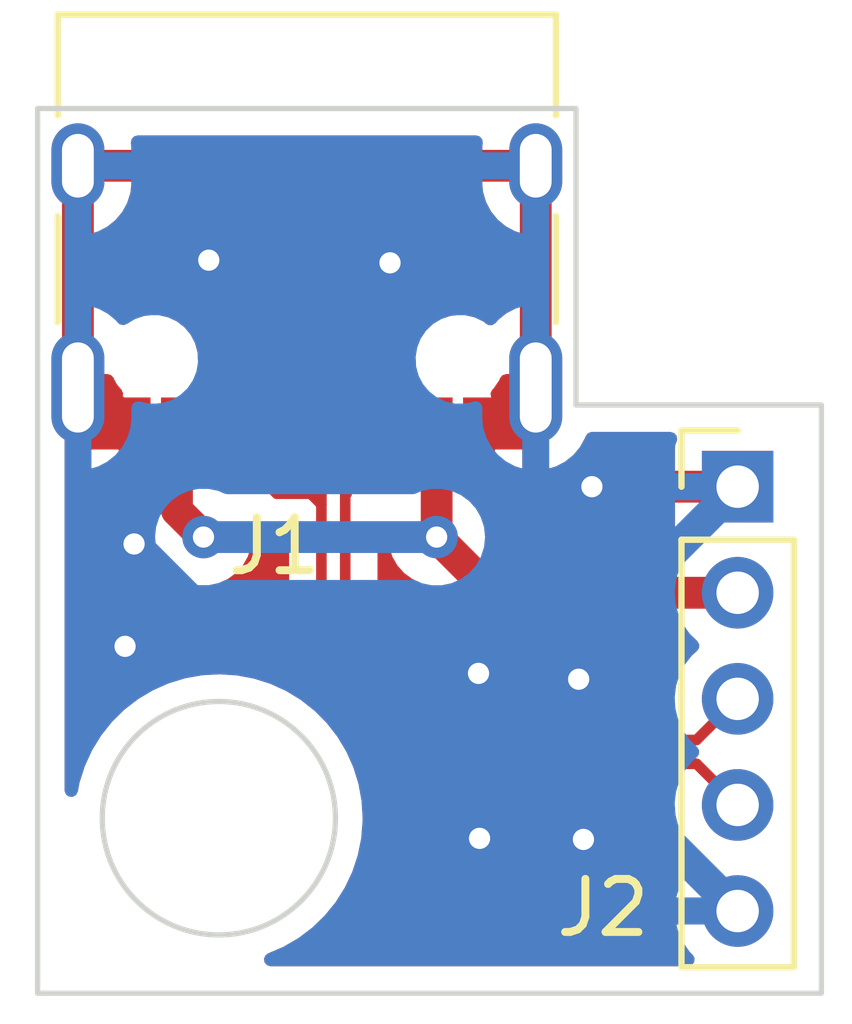
<source format=kicad_pcb>
(kicad_pcb (version 20211014) (generator pcbnew)
  (layers (0 "F.Cu" signal) (31 "B.Cu" signal) (34 "B.Paste" user) (35 "F.Paste" user) (36 "B.SilkS" user "B.Silkscreen") (37 "F.SilkS" user "F.Silkscreen") (38 "B.Mask" user) (39 "F.Mask" user) (44 "Edge.Cuts" user))
  (net 0 "")
  (net 5 "GND")
  (net 6 "VIN")
  (net 7 "D+")
  (net 8 "D-")
  (footprint "Connector_USB:USB_C_Receptacle_HRO_TYPE-C-31-M-12" (layer "F.Cu") (at 140 100 180)
    (fp_text reference "J1" (at 0.61 -6.12) (layer "F.SilkS"))
    (fp_text value "USB_C_Receptacle_USB2.0" hide)
    (fp_line (start -4.7 -1.9) (end -4.7 0.1) (layer "F.SilkS") (width 0.12))
    (fp_line (start 4.7 -1.9) (end 4.7 0.1) (layer "F.SilkS") (width 0.12))
    (fp_line (start 4.7 2) (end 4.7 3.9) (layer "F.SilkS") (width 0.12))
    (fp_line (start -4.7 3.9) (end 4.7 3.9) (layer "F.SilkS") (width 0.12))
    (fp_line (start -4.7 2) (end -4.7 3.9) (layer "F.SilkS") (width 0.12))
    (pad "" np_thru_hole circle (at -2.89 -2.6 180) (size 0.65 0.65) (drill 0.65) (layers *.Cu *.Mask))
    (pad "" np_thru_hole circle (at 2.89 -2.6 180) (size 0.65 0.65) (drill 0.65) (layers *.Cu *.Mask))
    (pad "A1" smd rect (at -3.25 -4.045 180) (size 0.6 1.45) (layers "F.Cu" "F.Paste" "F.Mask") (net 5 "GND"))
    (pad "A4" smd rect (at -2.45 -4.045 180) (size 0.6 1.45) (layers "F.Cu" "F.Paste" "F.Mask") (net 6 "VIN"))
    (pad "A5" smd rect (at -1.25 -4.045 180) (size 0.3 1.45) (layers "F.Cu" "F.Paste" "F.Mask"))
    (pad "A6" smd rect (at -0.25 -4.045 180) (size 0.3 1.45) (layers "F.Cu" "F.Paste" "F.Mask") (net 7 "D+"))
    (pad "A7" smd rect (at 0.25 -4.045 180) (size 0.3 1.45) (layers "F.Cu" "F.Paste" "F.Mask") (net 8 "D-"))
    (pad "A8" smd rect (at 1.25 -4.045 180) (size 0.3 1.45) (layers "F.Cu" "F.Paste" "F.Mask"))
    (pad "A9" smd rect (at 2.45 -4.045 180) (size 0.6 1.45) (layers "F.Cu" "F.Paste" "F.Mask") (net 6 "VIN"))
    (pad "A12" smd rect (at 3.25 -4.045 180) (size 0.6 1.45) (layers "F.Cu" "F.Paste" "F.Mask") (net 5 "GND"))
    (pad "B1" smd rect (at 3.25 -4.045 180) (size 0.6 1.45) (layers "F.Cu" "F.Paste" "F.Mask") (net 5 "GND"))
    (pad "B4" smd rect (at 2.45 -4.045 180) (size 0.6 1.45) (layers "F.Cu" "F.Paste" "F.Mask") (net 6 "VIN"))
    (pad "B5" smd rect (at 1.75 -4.045 180) (size 0.3 1.45) (layers "F.Cu" "F.Paste" "F.Mask"))
    (pad "B6" smd rect (at 0.75 -4.045 180) (size 0.3 1.45) (layers "F.Cu" "F.Paste" "F.Mask") (net 7 "D+"))
    (pad "B7" smd rect (at -0.75 -4.045 180) (size 0.3 1.45) (layers "F.Cu" "F.Paste" "F.Mask") (net 8 "D-"))
    (pad "B8" smd rect (at -1.75 -4.045 180) (size 0.3 1.45) (layers "F.Cu" "F.Paste" "F.Mask"))
    (pad "B9" smd rect (at -2.45 -4.045 180) (size 0.6 1.45) (layers "F.Cu" "F.Paste" "F.Mask") (net 6 "VIN"))
    (pad "B12" smd rect (at -3.25 -4.045 180) (size 0.6 1.45) (layers "F.Cu" "F.Paste" "F.Mask") (net 5 "GND"))
    (pad "S1" thru_hole oval (at -4.32 1.05 180) (size 1 1.6) (drill oval 0.6 1.2) (layers *.Cu *.Mask) (net 5 "GND"))
    (pad "S1" thru_hole oval (at 4.32 -3.13 180) (size 1 2.1) (drill oval 0.6 1.7) (layers *.Cu *.Mask) (net 5 "GND"))
    (pad "S1" thru_hole oval (at 4.32 1.05 180) (size 1 1.6) (drill oval 0.6 1.2) (layers *.Cu *.Mask) (net 5 "GND"))
    (pad "S1" thru_hole oval (at -4.32 -3.13 180) (size 1 2.1) (drill oval 0.6 1.7) (layers *.Cu *.Mask) (net 5 "GND"))
  )
  (footprint "Connector_PinHeader_2.00mm:PinHeader_1x05_P2.00mm_Vertical" (layer "F.Cu") (at 148.13 105)
    (fp_text reference "J2" (at -2.54 7.94) (layer "F.SilkS"))
    (fp_text value "Conn_01x05_Female" hide)
    (fp_line (start -1.06 -1.06) (end 0 -1.06) (layer "F.SilkS") (width 0.12))
    (fp_line (start -1.06 0) (end -1.06 -1.06) (layer "F.SilkS") (width 0.12))
    (fp_line (start -1.06 1) (end -1.06 9.06) (layer "F.SilkS") (width 0.12))
    (fp_line (start -1.06 9.06) (end 1.06 9.06) (layer "F.SilkS") (width 0.12))
    (fp_line (start 1.06 1) (end 1.06 9.06) (layer "F.SilkS") (width 0.12))
    (fp_line (start -1.06 1) (end 1.06 1) (layer "F.SilkS") (width 0.12))
    (pad "1" thru_hole rect (at 0 0) (size 1.35 1.35) (drill 0.8) (layers *.Cu *.Mask) (net 5 "GND"))
    (pad "2" thru_hole oval (at 0 2) (size 1.35 1.35) (drill 0.8) (layers *.Cu *.Mask) (net 6 "VIN"))
    (pad "3" thru_hole oval (at 0 4) (size 1.35 1.35) (drill 0.8) (layers *.Cu *.Mask) (net 8 "D-"))
    (pad "4" thru_hole oval (at 0 6) (size 1.35 1.35) (drill 0.8) (layers *.Cu *.Mask) (net 7 "D+"))
    (pad "5" thru_hole oval (at 0 8) (size 1.35 1.35) (drill 0.8) (layers *.Cu *.Mask) (net 5 "GND"))
  )
  (gr_line (start 145.08 97.87) (end 145.08 103.46) (layer "Edge.Cuts") (width 0.1))
  (gr_circle (center 138.34 111.25) (end 140.54 111.25) (layer "Edge.Cuts") (width 0.1) (fill none))
  (gr_line (start 134.92 97.87) (end 134.92 114.55) (layer "Edge.Cuts") (width 0.1))
  (gr_line (start 149.71 114.55) (end 149.71 103.46) (layer "Edge.Cuts") (width 0.1))
  (gr_line (start 149.71 114.55) (end 134.92 114.55) (layer "Edge.Cuts") (width 0.1))
  (gr_line (start 149.71 103.46) (end 145.08 103.46) (layer "Edge.Cuts") (width 0.1))
  (gr_line (start 134.92 97.87) (end 145.08 97.87) (layer "Edge.Cuts") (width 0.1))
  (segment (start 144.32 98.95) (end 144.32 103.13) (width 0.6) (layer "F.Cu") (net 5))
  (segment (start 136.75 103.94) (end 135.94 103.13) (width 0.6) (layer "F.Cu") (net 5))
  (segment (start 135.68 103.13) (end 135.68 98.95) (width 0.6) (layer "F.Cu") (net 5))
  (segment (start 143.25 104.55) (end 143.7 105) (width 0.6) (layer "F.Cu") (net 5))
  (segment (start 144.32 103.13) (end 144.165 103.13) (width 0.6) (layer "F.Cu") (net 5))
  (segment (start 135.94 103.13) (end 135.68 103.13) (width 0.6) (layer "F.Cu") (net 5))
  (segment (start 145.38 105) (end 148.13 105) (width 0.6) (layer "F.Cu") (net 5))
  (segment (start 135.68 98.95) (end 144.32 98.95) (width 0.6) (layer "F.Cu") (net 5))
  (segment (start 136.75 104.045) (end 136.75 103.94) (width 0.6) (layer "F.Cu") (net 5))
  (segment (start 143.25 104.045) (end 143.25 104.55) (width 0.6) (layer "F.Cu") (net 5))
  (segment (start 136.75 104.045) (end 136.75 106.07) (width 0.6) (layer "F.Cu") (net 5))
  (segment (start 136.75 106.07) (end 136.74 106.08) (width 0.6) (layer "F.Cu") (net 5))
  (segment (start 144.165 103.13) (end 143.25 104.045) (width 0.6) (layer "F.Cu") (net 5))
  (segment (start 143.7 105) (end 145.38 105) (width 0.6) (layer "F.Cu") (net 5))
  (via (at 143.24 108.52) (size 0.8) (drill 0.4) (layers "F.Cu" "B.Cu") (net 5))
  (via (at 145.13 108.63) (size 0.8) (drill 0.4) (layers "F.Cu" "B.Cu") (net 5))
  (via (at 136.74 106.08) (size 0.8) (drill 0.4) (layers "F.Cu" "B.Cu") (net 5))
  (via (at 145.38 105) (size 0.8) (drill 0.4) (layers "F.Cu" "B.Cu") (net 5))
  (via (at 138.15 100.73) (size 0.8) (drill 0.4) (layers "F.Cu" "B.Cu") (net 5))
  (via (at 143.26 111.63) (size 0.8) (drill 0.4) (layers "F.Cu" "B.Cu") (net 5))
  (via (at 141.57 100.78) (size 0.8) (drill 0.4) (layers "F.Cu" "B.Cu") (net 5))
  (via (at 136.57 108.01) (size 0.8) (drill 0.4) (layers "F.Cu" "B.Cu") (net 5))
  (via (at 145.22 111.65) (size 0.8) (drill 0.4) (layers "F.Cu" "B.Cu") (net 5))
  (segment (start 137.91 107.25) (end 143.97 107.25) (width 0.6) (layer "B.Cu") (net 5))
  (segment (start 143.97 107.25) (end 145.38 105.84) (width 0.6) (layer "B.Cu") (net 5))
  (segment (start 145.38 105.84) (end 145.38 105) (width 0.6) (layer "B.Cu") (net 5))
  (segment (start 148.13 105) (end 146.57 106.56) (width 0.6) (layer "B.Cu") (net 5))
  (segment (start 136.74 106.08) (end 137.91 107.25) (width 0.6) (layer "B.Cu") (net 5))
  (segment (start 146.57 111.44) (end 148.13 113) (width 0.6) (layer "B.Cu") (net 5))
  (segment (start 146.57 106.56) (end 146.57 111.44) (width 0.6) (layer "B.Cu") (net 5))
  (segment (start 143.5 107) (end 148.13 107) (width 0.6) (layer "F.Cu") (net 6))
  (segment (start 137.55 105.45) (end 137.55 104.045) (width 0.6) (layer "F.Cu") (net 6))
  (segment (start 142.45 105.95) (end 143.5 107) (width 0.6) (layer "F.Cu") (net 6))
  (segment (start 138.05 105.95) (end 137.55 105.45) (width 0.6) (layer "F.Cu") (net 6))
  (segment (start 142.45 104.045) (end 142.45 105.95) (width 0.6) (layer "F.Cu") (net 6))
  (via (at 142.45 105.95) (size 0.8) (drill 0.4) (layers "F.Cu" "B.Cu") (net 6))
  (via (at 138.05 105.95) (size 0.8) (drill 0.4) (layers "F.Cu" "B.Cu") (net 6))
  (segment (start 138.05 105.95) (end 142.45 105.95) (width 0.6) (layer "B.Cu") (net 6))
  (segment (start 140.275 105.335) (end 140.275 107.8632) (width 0.2) (layer "F.Cu") (net 7))
  (segment (start 140.275 105.157501) (end 140.275 105.335) (width 0.2) (layer "F.Cu") (net 7))
  (segment (start 140.097499 105.132501) (end 140.25 105.132501) (width 0.2) (layer "F.Cu") (net 7))
  (segment (start 140.097499 105.132501) (end 140.097499 105.157499) (width 0.2) (layer "F.Cu") (net 7))
  (segment (start 147.355001 110.225001) (end 148.13 111) (width 0.2) (layer "F.Cu") (net 7))
  (segment (start 142.636801 110.225001) (end 147.355001 110.225001) (width 0.2) (layer "F.Cu") (net 7))
  (segment (start 139.25 104.95) (end 139.432501 105.132501) (width 0.2) (layer "F.Cu") (net 7))
  (segment (start 140.25 104.045) (end 140.25 105.132501) (width 0.2) (layer "F.Cu") (net 7))
  (segment (start 139.432501 105.132501) (end 140.097499 105.132501) (width 0.2) (layer "F.Cu") (net 7))
  (segment (start 140.275 107.8632) (end 142.636801 110.225001) (width 0.2) (layer "F.Cu") (net 7))
  (segment (start 139.25 104.045) (end 139.25 104.95) (width 0.2) (layer "F.Cu") (net 7))
  (segment (start 140.25 105.132501) (end 140.275 105.157501) (width 0.2) (layer "F.Cu") (net 7))
  (segment (start 140.097499 105.157499) (end 140.275 105.335) (width 0.2) (layer "F.Cu") (net 7))
  (segment (start 139.75 103.07) (end 139.93 102.89) (width 0.2) (layer "F.Cu") (net 8))
  (segment (start 147.355001 109.774999) (end 148.13 109) (width 0.2) (layer "F.Cu") (net 8))
  (segment (start 140.725 107.6768) (end 142.823199 109.774999) (width 0.2) (layer "F.Cu") (net 8))
  (segment (start 142.823199 109.774999) (end 147.355001 109.774999) (width 0.2) (layer "F.Cu") (net 8))
  (segment (start 139.93 102.89) (end 140.56 102.89) (width 0.2) (layer "F.Cu") (net 8))
  (segment (start 140.75 103.08) (end 140.75 104.045) (width 0.2) (layer "F.Cu") (net 8))
  (segment (start 140.75 104.045) (end 140.75 105.132501) (width 0.2) (layer "F.Cu") (net 8))
  (segment (start 139.75 104.045) (end 139.75 103.07) (width 0.2) (layer "F.Cu") (net 8))
  (segment (start 140.725 105.157501) (end 140.725 107.6768) (width 0.2) (layer "F.Cu") (net 8))
  (segment (start 140.56 102.89) (end 140.75 103.08) (width 0.2) (layer "F.Cu") (net 8))
  (segment (start 140.75 105.132501) (end 140.725 105.157501) (width 0.2) (layer "F.Cu") (net 8))
  (zone (net 5) (net_name "GND") (layers F&B.Cu) (connect_pads (clearance 0.508)) (min_thickness 0.254) (fill yes (thermal_gap 0.508) (thermal_bridge_width 0.508))
    (polygon (pts (xy 150.29 115.05) (xy 134.53 115.14) (xy 134.21 97.59) (xy 150.31 97.46)))
  )
)
</source>
